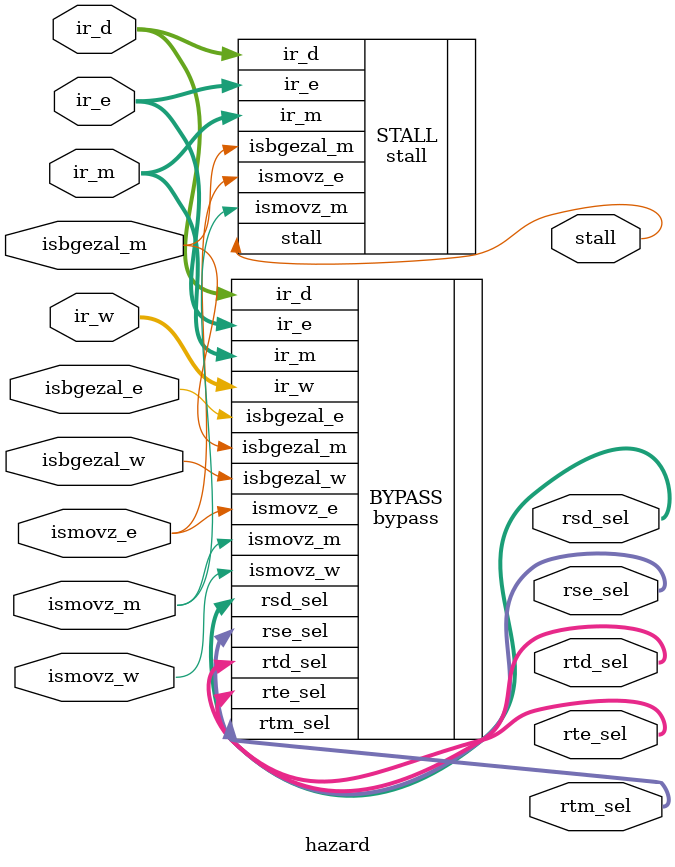
<source format=v>
`timescale 1ns / 1ps
module hazard(
	input [31:0] ir_d,
	input [31:0] ir_e,
	input [31:0] ir_m,
	input [31:0] ir_w,
	input isbgezal_e,
	input isbgezal_m,
	input isbgezal_w,
	input ismovz_e,
	input ismovz_m,
	input ismovz_w,
	output stall,
	output [2:0] rsd_sel,
	output [2:0] rtd_sel,
	output [2:0] rse_sel,
	output [2:0] rte_sel,
	output [2:0] rtm_sel
    );
	
	stall STALL (
    .ir_d(ir_d), 
    .ir_e(ir_e), 
    .ir_m(ir_m),
	 .isbgezal_m(isbgezal_m),
	 .ismovz_e(ismovz_e),
	 .ismovz_m(ismovz_m),
    .stall(stall)
    );
	 
	bypass BYPASS (
    .ir_d(ir_d), 
    .ir_e(ir_e), 
    .ir_m(ir_m), 
    .ir_w(ir_w), 
	 .isbgezal_e(isbgezal_e),
	 .isbgezal_m(isbgezal_m),
	 .isbgezal_w(isbgezal_w),
	 .ismovz_e(ismovz_e),
	 .ismovz_m(ismovz_m),
	 .ismovz_w(ismovz_w),
    .rsd_sel(rsd_sel), 
    .rtd_sel(rtd_sel), 
    .rse_sel(rse_sel), 
    .rte_sel(rte_sel), 
    .rtm_sel(rtm_sel)
    );


endmodule

</source>
